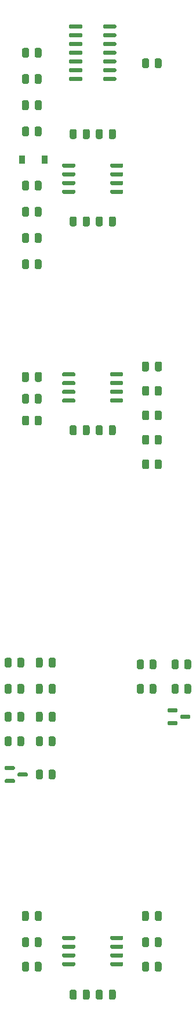
<source format=gbp>
G04 #@! TF.GenerationSoftware,KiCad,Pcbnew,6.0.5+dfsg-1~bpo11+1*
G04 #@! TF.CreationDate,2022-07-21T18:59:06+00:00*
G04 #@! TF.ProjectId,sample_and_hold_board,73616d70-6c65-45f6-916e-645f686f6c64,0*
G04 #@! TF.SameCoordinates,Original*
G04 #@! TF.FileFunction,Paste,Bot*
G04 #@! TF.FilePolarity,Positive*
%FSLAX46Y46*%
G04 Gerber Fmt 4.6, Leading zero omitted, Abs format (unit mm)*
G04 Created by KiCad (PCBNEW 6.0.5+dfsg-1~bpo11+1) date 2022-07-21 18:59:06*
%MOMM*%
%LPD*%
G01*
G04 APERTURE LIST*
%ADD10R,0.900000X1.200000*%
G04 APERTURE END LIST*
G36*
G01*
X114201000Y-107764000D02*
X114201000Y-108664000D01*
G75*
G02*
X113951000Y-108914000I-250000J0D01*
G01*
X113426000Y-108914000D01*
G75*
G02*
X113176000Y-108664000I0J250000D01*
G01*
X113176000Y-107764000D01*
G75*
G02*
X113426000Y-107514000I250000J0D01*
G01*
X113951000Y-107514000D01*
G75*
G02*
X114201000Y-107764000I0J-250000D01*
G01*
G37*
G36*
G01*
X112376000Y-107764000D02*
X112376000Y-108664000D01*
G75*
G02*
X112126000Y-108914000I-250000J0D01*
G01*
X111601000Y-108914000D01*
G75*
G02*
X111351000Y-108664000I0J250000D01*
G01*
X111351000Y-107764000D01*
G75*
G02*
X111601000Y-107514000I250000J0D01*
G01*
X112126000Y-107514000D01*
G75*
G02*
X112376000Y-107764000I0J-250000D01*
G01*
G37*
G36*
G01*
X110589000Y-144859000D02*
X110589000Y-143959000D01*
G75*
G02*
X110839000Y-143709000I250000J0D01*
G01*
X111364000Y-143709000D01*
G75*
G02*
X111614000Y-143959000I0J-250000D01*
G01*
X111614000Y-144859000D01*
G75*
G02*
X111364000Y-145109000I-250000J0D01*
G01*
X110839000Y-145109000D01*
G75*
G02*
X110589000Y-144859000I0J250000D01*
G01*
G37*
G36*
G01*
X112414000Y-144859000D02*
X112414000Y-143959000D01*
G75*
G02*
X112664000Y-143709000I250000J0D01*
G01*
X113189000Y-143709000D01*
G75*
G02*
X113439000Y-143959000I0J-250000D01*
G01*
X113439000Y-144859000D01*
G75*
G02*
X113189000Y-145109000I-250000J0D01*
G01*
X112664000Y-145109000D01*
G75*
G02*
X112414000Y-144859000I0J250000D01*
G01*
G37*
G36*
G01*
X108590000Y-184010000D02*
X108590000Y-184310000D01*
G75*
G02*
X108440000Y-184460000I-150000J0D01*
G01*
X106840000Y-184460000D01*
G75*
G02*
X106690000Y-184310000I0J150000D01*
G01*
X106690000Y-184010000D01*
G75*
G02*
X106840000Y-183860000I150000J0D01*
G01*
X108440000Y-183860000D01*
G75*
G02*
X108590000Y-184010000I0J-150000D01*
G01*
G37*
G36*
G01*
X108590000Y-185280000D02*
X108590000Y-185580000D01*
G75*
G02*
X108440000Y-185730000I-150000J0D01*
G01*
X106840000Y-185730000D01*
G75*
G02*
X106690000Y-185580000I0J150000D01*
G01*
X106690000Y-185280000D01*
G75*
G02*
X106840000Y-185130000I150000J0D01*
G01*
X108440000Y-185130000D01*
G75*
G02*
X108590000Y-185280000I0J-150000D01*
G01*
G37*
G36*
G01*
X108590000Y-186550000D02*
X108590000Y-186850000D01*
G75*
G02*
X108440000Y-187000000I-150000J0D01*
G01*
X106840000Y-187000000D01*
G75*
G02*
X106690000Y-186850000I0J150000D01*
G01*
X106690000Y-186550000D01*
G75*
G02*
X106840000Y-186400000I150000J0D01*
G01*
X108440000Y-186400000D01*
G75*
G02*
X108590000Y-186550000I0J-150000D01*
G01*
G37*
G36*
G01*
X108590000Y-187820000D02*
X108590000Y-188120000D01*
G75*
G02*
X108440000Y-188270000I-150000J0D01*
G01*
X106840000Y-188270000D01*
G75*
G02*
X106690000Y-188120000I0J150000D01*
G01*
X106690000Y-187820000D01*
G75*
G02*
X106840000Y-187670000I150000J0D01*
G01*
X108440000Y-187670000D01*
G75*
G02*
X108590000Y-187820000I0J-150000D01*
G01*
G37*
G36*
G01*
X101590000Y-187820000D02*
X101590000Y-188120000D01*
G75*
G02*
X101440000Y-188270000I-150000J0D01*
G01*
X99840000Y-188270000D01*
G75*
G02*
X99690000Y-188120000I0J150000D01*
G01*
X99690000Y-187820000D01*
G75*
G02*
X99840000Y-187670000I150000J0D01*
G01*
X101440000Y-187670000D01*
G75*
G02*
X101590000Y-187820000I0J-150000D01*
G01*
G37*
G36*
G01*
X101590000Y-186550000D02*
X101590000Y-186850000D01*
G75*
G02*
X101440000Y-187000000I-150000J0D01*
G01*
X99840000Y-187000000D01*
G75*
G02*
X99690000Y-186850000I0J150000D01*
G01*
X99690000Y-186550000D01*
G75*
G02*
X99840000Y-186400000I150000J0D01*
G01*
X101440000Y-186400000D01*
G75*
G02*
X101590000Y-186550000I0J-150000D01*
G01*
G37*
G36*
G01*
X101590000Y-185280000D02*
X101590000Y-185580000D01*
G75*
G02*
X101440000Y-185730000I-150000J0D01*
G01*
X99840000Y-185730000D01*
G75*
G02*
X99690000Y-185580000I0J150000D01*
G01*
X99690000Y-185280000D01*
G75*
G02*
X99840000Y-185130000I150000J0D01*
G01*
X101440000Y-185130000D01*
G75*
G02*
X101590000Y-185280000I0J-150000D01*
G01*
G37*
G36*
G01*
X101590000Y-184010000D02*
X101590000Y-184310000D01*
G75*
G02*
X101440000Y-184460000I-150000J0D01*
G01*
X99840000Y-184460000D01*
G75*
G02*
X99690000Y-184310000I0J150000D01*
G01*
X99690000Y-184010000D01*
G75*
G02*
X99840000Y-183860000I150000J0D01*
G01*
X101440000Y-183860000D01*
G75*
G02*
X101590000Y-184010000I0J-150000D01*
G01*
G37*
G36*
G01*
X111351000Y-105108000D02*
X111351000Y-104208000D01*
G75*
G02*
X111601000Y-103958000I250000J0D01*
G01*
X112126000Y-103958000D01*
G75*
G02*
X112376000Y-104208000I0J-250000D01*
G01*
X112376000Y-105108000D01*
G75*
G02*
X112126000Y-105358000I-250000J0D01*
G01*
X111601000Y-105358000D01*
G75*
G02*
X111351000Y-105108000I0J250000D01*
G01*
G37*
G36*
G01*
X113176000Y-105108000D02*
X113176000Y-104208000D01*
G75*
G02*
X113426000Y-103958000I250000J0D01*
G01*
X113951000Y-103958000D01*
G75*
G02*
X114201000Y-104208000I0J-250000D01*
G01*
X114201000Y-105108000D01*
G75*
G02*
X113951000Y-105358000I-250000J0D01*
G01*
X113426000Y-105358000D01*
G75*
G02*
X113176000Y-105108000I0J250000D01*
G01*
G37*
G36*
G01*
X115059000Y-153129000D02*
X115059000Y-152829000D01*
G75*
G02*
X115209000Y-152679000I150000J0D01*
G01*
X116384000Y-152679000D01*
G75*
G02*
X116534000Y-152829000I0J-150000D01*
G01*
X116534000Y-153129000D01*
G75*
G02*
X116384000Y-153279000I-150000J0D01*
G01*
X115209000Y-153279000D01*
G75*
G02*
X115059000Y-153129000I0J150000D01*
G01*
G37*
G36*
G01*
X115059000Y-151229000D02*
X115059000Y-150929000D01*
G75*
G02*
X115209000Y-150779000I150000J0D01*
G01*
X116384000Y-150779000D01*
G75*
G02*
X116534000Y-150929000I0J-150000D01*
G01*
X116534000Y-151229000D01*
G75*
G02*
X116384000Y-151379000I-150000J0D01*
G01*
X115209000Y-151379000D01*
G75*
G02*
X115059000Y-151229000I0J150000D01*
G01*
G37*
G36*
G01*
X116934000Y-152179000D02*
X116934000Y-151879000D01*
G75*
G02*
X117084000Y-151729000I150000J0D01*
G01*
X118259000Y-151729000D01*
G75*
G02*
X118409000Y-151879000I0J-150000D01*
G01*
X118409000Y-152179000D01*
G75*
G02*
X118259000Y-152329000I-150000J0D01*
G01*
X117084000Y-152329000D01*
G75*
G02*
X116934000Y-152179000I0J150000D01*
G01*
G37*
G36*
G01*
X91285000Y-148415000D02*
X91285000Y-147515000D01*
G75*
G02*
X91535000Y-147265000I250000J0D01*
G01*
X92060000Y-147265000D01*
G75*
G02*
X92310000Y-147515000I0J-250000D01*
G01*
X92310000Y-148415000D01*
G75*
G02*
X92060000Y-148665000I-250000J0D01*
G01*
X91535000Y-148665000D01*
G75*
G02*
X91285000Y-148415000I0J250000D01*
G01*
G37*
G36*
G01*
X93110000Y-148415000D02*
X93110000Y-147515000D01*
G75*
G02*
X93360000Y-147265000I250000J0D01*
G01*
X93885000Y-147265000D01*
G75*
G02*
X94135000Y-147515000I0J-250000D01*
G01*
X94135000Y-148415000D01*
G75*
G02*
X93885000Y-148665000I-250000J0D01*
G01*
X93360000Y-148665000D01*
G75*
G02*
X93110000Y-148415000I0J250000D01*
G01*
G37*
G36*
G01*
X111326000Y-101577000D02*
X111326000Y-100627000D01*
G75*
G02*
X111576000Y-100377000I250000J0D01*
G01*
X112076000Y-100377000D01*
G75*
G02*
X112326000Y-100627000I0J-250000D01*
G01*
X112326000Y-101577000D01*
G75*
G02*
X112076000Y-101827000I-250000J0D01*
G01*
X111576000Y-101827000D01*
G75*
G02*
X111326000Y-101577000I0J250000D01*
G01*
G37*
G36*
G01*
X113226000Y-101577000D02*
X113226000Y-100627000D01*
G75*
G02*
X113476000Y-100377000I250000J0D01*
G01*
X113976000Y-100377000D01*
G75*
G02*
X114226000Y-100627000I0J-250000D01*
G01*
X114226000Y-101577000D01*
G75*
G02*
X113976000Y-101827000I-250000J0D01*
G01*
X113476000Y-101827000D01*
G75*
G02*
X113226000Y-101577000I0J250000D01*
G01*
G37*
G36*
G01*
X96675000Y-74363000D02*
X96675000Y-75263000D01*
G75*
G02*
X96425000Y-75513000I-250000J0D01*
G01*
X95900000Y-75513000D01*
G75*
G02*
X95650000Y-75263000I0J250000D01*
G01*
X95650000Y-74363000D01*
G75*
G02*
X95900000Y-74113000I250000J0D01*
G01*
X96425000Y-74113000D01*
G75*
G02*
X96675000Y-74363000I0J-250000D01*
G01*
G37*
G36*
G01*
X94850000Y-74363000D02*
X94850000Y-75263000D01*
G75*
G02*
X94600000Y-75513000I-250000J0D01*
G01*
X94075000Y-75513000D01*
G75*
G02*
X93825000Y-75263000I0J250000D01*
G01*
X93825000Y-74363000D01*
G75*
G02*
X94075000Y-74113000I250000J0D01*
G01*
X94600000Y-74113000D01*
G75*
G02*
X94850000Y-74363000I0J-250000D01*
G01*
G37*
G36*
G01*
X98707000Y-159961000D02*
X98707000Y-160861000D01*
G75*
G02*
X98457000Y-161111000I-250000J0D01*
G01*
X97932000Y-161111000D01*
G75*
G02*
X97682000Y-160861000I0J250000D01*
G01*
X97682000Y-159961000D01*
G75*
G02*
X97932000Y-159711000I250000J0D01*
G01*
X98457000Y-159711000D01*
G75*
G02*
X98707000Y-159961000I0J-250000D01*
G01*
G37*
G36*
G01*
X96882000Y-159961000D02*
X96882000Y-160861000D01*
G75*
G02*
X96632000Y-161111000I-250000J0D01*
G01*
X96107000Y-161111000D01*
G75*
G02*
X95857000Y-160861000I0J250000D01*
G01*
X95857000Y-159961000D01*
G75*
G02*
X96107000Y-159711000I250000J0D01*
G01*
X96632000Y-159711000D01*
G75*
G02*
X96882000Y-159961000I0J-250000D01*
G01*
G37*
G36*
G01*
X96700000Y-102151000D02*
X96700000Y-103101000D01*
G75*
G02*
X96450000Y-103351000I-250000J0D01*
G01*
X95950000Y-103351000D01*
G75*
G02*
X95700000Y-103101000I0J250000D01*
G01*
X95700000Y-102151000D01*
G75*
G02*
X95950000Y-101901000I250000J0D01*
G01*
X96450000Y-101901000D01*
G75*
G02*
X96700000Y-102151000I0J-250000D01*
G01*
G37*
G36*
G01*
X94800000Y-102151000D02*
X94800000Y-103101000D01*
G75*
G02*
X94550000Y-103351000I-250000J0D01*
G01*
X94050000Y-103351000D01*
G75*
G02*
X93800000Y-103101000I0J250000D01*
G01*
X93800000Y-102151000D01*
G75*
G02*
X94050000Y-101901000I250000J0D01*
G01*
X94550000Y-101901000D01*
G75*
G02*
X94800000Y-102151000I0J-250000D01*
G01*
G37*
G36*
G01*
X96675000Y-66489000D02*
X96675000Y-67389000D01*
G75*
G02*
X96425000Y-67639000I-250000J0D01*
G01*
X95900000Y-67639000D01*
G75*
G02*
X95650000Y-67389000I0J250000D01*
G01*
X95650000Y-66489000D01*
G75*
G02*
X95900000Y-66239000I250000J0D01*
G01*
X96425000Y-66239000D01*
G75*
G02*
X96675000Y-66489000I0J-250000D01*
G01*
G37*
G36*
G01*
X94850000Y-66489000D02*
X94850000Y-67389000D01*
G75*
G02*
X94600000Y-67639000I-250000J0D01*
G01*
X94075000Y-67639000D01*
G75*
G02*
X93825000Y-67389000I0J250000D01*
G01*
X93825000Y-66489000D01*
G75*
G02*
X94075000Y-66239000I250000J0D01*
G01*
X94600000Y-66239000D01*
G75*
G02*
X94850000Y-66489000I0J-250000D01*
G01*
G37*
G36*
G01*
X108590000Y-71742000D02*
X108590000Y-72042000D01*
G75*
G02*
X108440000Y-72192000I-150000J0D01*
G01*
X106840000Y-72192000D01*
G75*
G02*
X106690000Y-72042000I0J150000D01*
G01*
X106690000Y-71742000D01*
G75*
G02*
X106840000Y-71592000I150000J0D01*
G01*
X108440000Y-71592000D01*
G75*
G02*
X108590000Y-71742000I0J-150000D01*
G01*
G37*
G36*
G01*
X108590000Y-73012000D02*
X108590000Y-73312000D01*
G75*
G02*
X108440000Y-73462000I-150000J0D01*
G01*
X106840000Y-73462000D01*
G75*
G02*
X106690000Y-73312000I0J150000D01*
G01*
X106690000Y-73012000D01*
G75*
G02*
X106840000Y-72862000I150000J0D01*
G01*
X108440000Y-72862000D01*
G75*
G02*
X108590000Y-73012000I0J-150000D01*
G01*
G37*
G36*
G01*
X108590000Y-74282000D02*
X108590000Y-74582000D01*
G75*
G02*
X108440000Y-74732000I-150000J0D01*
G01*
X106840000Y-74732000D01*
G75*
G02*
X106690000Y-74582000I0J150000D01*
G01*
X106690000Y-74282000D01*
G75*
G02*
X106840000Y-74132000I150000J0D01*
G01*
X108440000Y-74132000D01*
G75*
G02*
X108590000Y-74282000I0J-150000D01*
G01*
G37*
G36*
G01*
X108590000Y-75552000D02*
X108590000Y-75852000D01*
G75*
G02*
X108440000Y-76002000I-150000J0D01*
G01*
X106840000Y-76002000D01*
G75*
G02*
X106690000Y-75852000I0J150000D01*
G01*
X106690000Y-75552000D01*
G75*
G02*
X106840000Y-75402000I150000J0D01*
G01*
X108440000Y-75402000D01*
G75*
G02*
X108590000Y-75552000I0J-150000D01*
G01*
G37*
G36*
G01*
X101590000Y-75552000D02*
X101590000Y-75852000D01*
G75*
G02*
X101440000Y-76002000I-150000J0D01*
G01*
X99840000Y-76002000D01*
G75*
G02*
X99690000Y-75852000I0J150000D01*
G01*
X99690000Y-75552000D01*
G75*
G02*
X99840000Y-75402000I150000J0D01*
G01*
X101440000Y-75402000D01*
G75*
G02*
X101590000Y-75552000I0J-150000D01*
G01*
G37*
G36*
G01*
X101590000Y-74282000D02*
X101590000Y-74582000D01*
G75*
G02*
X101440000Y-74732000I-150000J0D01*
G01*
X99840000Y-74732000D01*
G75*
G02*
X99690000Y-74582000I0J150000D01*
G01*
X99690000Y-74282000D01*
G75*
G02*
X99840000Y-74132000I150000J0D01*
G01*
X101440000Y-74132000D01*
G75*
G02*
X101590000Y-74282000I0J-150000D01*
G01*
G37*
G36*
G01*
X101590000Y-73012000D02*
X101590000Y-73312000D01*
G75*
G02*
X101440000Y-73462000I-150000J0D01*
G01*
X99840000Y-73462000D01*
G75*
G02*
X99690000Y-73312000I0J150000D01*
G01*
X99690000Y-73012000D01*
G75*
G02*
X99840000Y-72862000I150000J0D01*
G01*
X101440000Y-72862000D01*
G75*
G02*
X101590000Y-73012000I0J-150000D01*
G01*
G37*
G36*
G01*
X101590000Y-71742000D02*
X101590000Y-72042000D01*
G75*
G02*
X101440000Y-72192000I-150000J0D01*
G01*
X99840000Y-72192000D01*
G75*
G02*
X99690000Y-72042000I0J150000D01*
G01*
X99690000Y-71742000D01*
G75*
G02*
X99840000Y-71592000I150000J0D01*
G01*
X101440000Y-71592000D01*
G75*
G02*
X101590000Y-71742000I0J-150000D01*
G01*
G37*
G36*
G01*
X108590000Y-102095000D02*
X108590000Y-102395000D01*
G75*
G02*
X108440000Y-102545000I-150000J0D01*
G01*
X106840000Y-102545000D01*
G75*
G02*
X106690000Y-102395000I0J150000D01*
G01*
X106690000Y-102095000D01*
G75*
G02*
X106840000Y-101945000I150000J0D01*
G01*
X108440000Y-101945000D01*
G75*
G02*
X108590000Y-102095000I0J-150000D01*
G01*
G37*
G36*
G01*
X108590000Y-103365000D02*
X108590000Y-103665000D01*
G75*
G02*
X108440000Y-103815000I-150000J0D01*
G01*
X106840000Y-103815000D01*
G75*
G02*
X106690000Y-103665000I0J150000D01*
G01*
X106690000Y-103365000D01*
G75*
G02*
X106840000Y-103215000I150000J0D01*
G01*
X108440000Y-103215000D01*
G75*
G02*
X108590000Y-103365000I0J-150000D01*
G01*
G37*
G36*
G01*
X108590000Y-104635000D02*
X108590000Y-104935000D01*
G75*
G02*
X108440000Y-105085000I-150000J0D01*
G01*
X106840000Y-105085000D01*
G75*
G02*
X106690000Y-104935000I0J150000D01*
G01*
X106690000Y-104635000D01*
G75*
G02*
X106840000Y-104485000I150000J0D01*
G01*
X108440000Y-104485000D01*
G75*
G02*
X108590000Y-104635000I0J-150000D01*
G01*
G37*
G36*
G01*
X108590000Y-105905000D02*
X108590000Y-106205000D01*
G75*
G02*
X108440000Y-106355000I-150000J0D01*
G01*
X106840000Y-106355000D01*
G75*
G02*
X106690000Y-106205000I0J150000D01*
G01*
X106690000Y-105905000D01*
G75*
G02*
X106840000Y-105755000I150000J0D01*
G01*
X108440000Y-105755000D01*
G75*
G02*
X108590000Y-105905000I0J-150000D01*
G01*
G37*
G36*
G01*
X101590000Y-105905000D02*
X101590000Y-106205000D01*
G75*
G02*
X101440000Y-106355000I-150000J0D01*
G01*
X99840000Y-106355000D01*
G75*
G02*
X99690000Y-106205000I0J150000D01*
G01*
X99690000Y-105905000D01*
G75*
G02*
X99840000Y-105755000I150000J0D01*
G01*
X101440000Y-105755000D01*
G75*
G02*
X101590000Y-105905000I0J-150000D01*
G01*
G37*
G36*
G01*
X101590000Y-104635000D02*
X101590000Y-104935000D01*
G75*
G02*
X101440000Y-105085000I-150000J0D01*
G01*
X99840000Y-105085000D01*
G75*
G02*
X99690000Y-104935000I0J150000D01*
G01*
X99690000Y-104635000D01*
G75*
G02*
X99840000Y-104485000I150000J0D01*
G01*
X101440000Y-104485000D01*
G75*
G02*
X101590000Y-104635000I0J-150000D01*
G01*
G37*
G36*
G01*
X101590000Y-103365000D02*
X101590000Y-103665000D01*
G75*
G02*
X101440000Y-103815000I-150000J0D01*
G01*
X99840000Y-103815000D01*
G75*
G02*
X99690000Y-103665000I0J150000D01*
G01*
X99690000Y-103365000D01*
G75*
G02*
X99840000Y-103215000I150000J0D01*
G01*
X101440000Y-103215000D01*
G75*
G02*
X101590000Y-103365000I0J-150000D01*
G01*
G37*
G36*
G01*
X101590000Y-102095000D02*
X101590000Y-102395000D01*
G75*
G02*
X101440000Y-102545000I-150000J0D01*
G01*
X99840000Y-102545000D01*
G75*
G02*
X99690000Y-102395000I0J150000D01*
G01*
X99690000Y-102095000D01*
G75*
G02*
X99840000Y-101945000I150000J0D01*
G01*
X101440000Y-101945000D01*
G75*
G02*
X101590000Y-102095000I0J-150000D01*
G01*
G37*
G36*
G01*
X114201000Y-114876000D02*
X114201000Y-115776000D01*
G75*
G02*
X113951000Y-116026000I-250000J0D01*
G01*
X113426000Y-116026000D01*
G75*
G02*
X113176000Y-115776000I0J250000D01*
G01*
X113176000Y-114876000D01*
G75*
G02*
X113426000Y-114626000I250000J0D01*
G01*
X113951000Y-114626000D01*
G75*
G02*
X114201000Y-114876000I0J-250000D01*
G01*
G37*
G36*
G01*
X112376000Y-114876000D02*
X112376000Y-115776000D01*
G75*
G02*
X112126000Y-116026000I-250000J0D01*
G01*
X111601000Y-116026000D01*
G75*
G02*
X111351000Y-115776000I0J250000D01*
G01*
X111351000Y-114876000D01*
G75*
G02*
X111601000Y-114626000I250000J0D01*
G01*
X112126000Y-114626000D01*
G75*
G02*
X112376000Y-114876000I0J-250000D01*
G01*
G37*
G36*
G01*
X113439000Y-147515000D02*
X113439000Y-148415000D01*
G75*
G02*
X113189000Y-148665000I-250000J0D01*
G01*
X112664000Y-148665000D01*
G75*
G02*
X112414000Y-148415000I0J250000D01*
G01*
X112414000Y-147515000D01*
G75*
G02*
X112664000Y-147265000I250000J0D01*
G01*
X113189000Y-147265000D01*
G75*
G02*
X113439000Y-147515000I0J-250000D01*
G01*
G37*
G36*
G01*
X111614000Y-147515000D02*
X111614000Y-148415000D01*
G75*
G02*
X111364000Y-148665000I-250000J0D01*
G01*
X110839000Y-148665000D01*
G75*
G02*
X110589000Y-148415000I0J250000D01*
G01*
X110589000Y-147515000D01*
G75*
G02*
X110839000Y-147265000I250000J0D01*
G01*
X111364000Y-147265000D01*
G75*
G02*
X111614000Y-147515000I0J-250000D01*
G01*
G37*
G36*
G01*
X95832000Y-148440000D02*
X95832000Y-147490000D01*
G75*
G02*
X96082000Y-147240000I250000J0D01*
G01*
X96582000Y-147240000D01*
G75*
G02*
X96832000Y-147490000I0J-250000D01*
G01*
X96832000Y-148440000D01*
G75*
G02*
X96582000Y-148690000I-250000J0D01*
G01*
X96082000Y-148690000D01*
G75*
G02*
X95832000Y-148440000I0J250000D01*
G01*
G37*
G36*
G01*
X97732000Y-148440000D02*
X97732000Y-147490000D01*
G75*
G02*
X97982000Y-147240000I250000J0D01*
G01*
X98482000Y-147240000D01*
G75*
G02*
X98732000Y-147490000I0J-250000D01*
G01*
X98732000Y-148440000D01*
G75*
G02*
X98482000Y-148690000I-250000J0D01*
G01*
X97982000Y-148690000D01*
G75*
G02*
X97732000Y-148440000I0J250000D01*
G01*
G37*
G36*
G01*
X111326000Y-181460000D02*
X111326000Y-180510000D01*
G75*
G02*
X111576000Y-180260000I250000J0D01*
G01*
X112076000Y-180260000D01*
G75*
G02*
X112326000Y-180510000I0J-250000D01*
G01*
X112326000Y-181460000D01*
G75*
G02*
X112076000Y-181710000I-250000J0D01*
G01*
X111576000Y-181710000D01*
G75*
G02*
X111326000Y-181460000I0J250000D01*
G01*
G37*
G36*
G01*
X113226000Y-181460000D02*
X113226000Y-180510000D01*
G75*
G02*
X113476000Y-180260000I250000J0D01*
G01*
X113976000Y-180260000D01*
G75*
G02*
X114226000Y-180510000I0J-250000D01*
G01*
X114226000Y-181460000D01*
G75*
G02*
X113976000Y-181710000I-250000J0D01*
G01*
X113476000Y-181710000D01*
G75*
G02*
X113226000Y-181460000I0J250000D01*
G01*
G37*
G36*
G01*
X107495000Y-109898000D02*
X107495000Y-110848000D01*
G75*
G02*
X107245000Y-111098000I-250000J0D01*
G01*
X106745000Y-111098000D01*
G75*
G02*
X106495000Y-110848000I0J250000D01*
G01*
X106495000Y-109898000D01*
G75*
G02*
X106745000Y-109648000I250000J0D01*
G01*
X107245000Y-109648000D01*
G75*
G02*
X107495000Y-109898000I0J-250000D01*
G01*
G37*
G36*
G01*
X105595000Y-109898000D02*
X105595000Y-110848000D01*
G75*
G02*
X105345000Y-111098000I-250000J0D01*
G01*
X104845000Y-111098000D01*
G75*
G02*
X104595000Y-110848000I0J250000D01*
G01*
X104595000Y-109898000D01*
G75*
G02*
X104845000Y-109648000I250000J0D01*
G01*
X105345000Y-109648000D01*
G75*
G02*
X105595000Y-109898000I0J-250000D01*
G01*
G37*
G36*
G01*
X93825000Y-79073000D02*
X93825000Y-78173000D01*
G75*
G02*
X94075000Y-77923000I250000J0D01*
G01*
X94600000Y-77923000D01*
G75*
G02*
X94850000Y-78173000I0J-250000D01*
G01*
X94850000Y-79073000D01*
G75*
G02*
X94600000Y-79323000I-250000J0D01*
G01*
X94075000Y-79323000D01*
G75*
G02*
X93825000Y-79073000I0J250000D01*
G01*
G37*
G36*
G01*
X95650000Y-79073000D02*
X95650000Y-78173000D01*
G75*
G02*
X95900000Y-77923000I250000J0D01*
G01*
X96425000Y-77923000D01*
G75*
G02*
X96675000Y-78173000I0J-250000D01*
G01*
X96675000Y-79073000D01*
G75*
G02*
X96425000Y-79323000I-250000J0D01*
G01*
X95900000Y-79323000D01*
G75*
G02*
X95650000Y-79073000I0J250000D01*
G01*
G37*
G36*
G01*
X91285000Y-152479000D02*
X91285000Y-151579000D01*
G75*
G02*
X91535000Y-151329000I250000J0D01*
G01*
X92060000Y-151329000D01*
G75*
G02*
X92310000Y-151579000I0J-250000D01*
G01*
X92310000Y-152479000D01*
G75*
G02*
X92060000Y-152729000I-250000J0D01*
G01*
X91535000Y-152729000D01*
G75*
G02*
X91285000Y-152479000I0J250000D01*
G01*
G37*
G36*
G01*
X93110000Y-152479000D02*
X93110000Y-151579000D01*
G75*
G02*
X93360000Y-151329000I250000J0D01*
G01*
X93885000Y-151329000D01*
G75*
G02*
X94135000Y-151579000I0J-250000D01*
G01*
X94135000Y-152479000D01*
G75*
G02*
X93885000Y-152729000I-250000J0D01*
G01*
X93360000Y-152729000D01*
G75*
G02*
X93110000Y-152479000I0J250000D01*
G01*
G37*
G36*
G01*
X103685000Y-109898000D02*
X103685000Y-110848000D01*
G75*
G02*
X103435000Y-111098000I-250000J0D01*
G01*
X102935000Y-111098000D01*
G75*
G02*
X102685000Y-110848000I0J250000D01*
G01*
X102685000Y-109898000D01*
G75*
G02*
X102935000Y-109648000I250000J0D01*
G01*
X103435000Y-109648000D01*
G75*
G02*
X103685000Y-109898000I0J-250000D01*
G01*
G37*
G36*
G01*
X101785000Y-109898000D02*
X101785000Y-110848000D01*
G75*
G02*
X101535000Y-111098000I-250000J0D01*
G01*
X101035000Y-111098000D01*
G75*
G02*
X100785000Y-110848000I0J250000D01*
G01*
X100785000Y-109898000D01*
G75*
G02*
X101035000Y-109648000I250000J0D01*
G01*
X101535000Y-109648000D01*
G75*
G02*
X101785000Y-109898000I0J-250000D01*
G01*
G37*
G36*
G01*
X95832000Y-144630000D02*
X95832000Y-143680000D01*
G75*
G02*
X96082000Y-143430000I250000J0D01*
G01*
X96582000Y-143430000D01*
G75*
G02*
X96832000Y-143680000I0J-250000D01*
G01*
X96832000Y-144630000D01*
G75*
G02*
X96582000Y-144880000I-250000J0D01*
G01*
X96082000Y-144880000D01*
G75*
G02*
X95832000Y-144630000I0J250000D01*
G01*
G37*
G36*
G01*
X97732000Y-144630000D02*
X97732000Y-143680000D01*
G75*
G02*
X97982000Y-143430000I250000J0D01*
G01*
X98482000Y-143430000D01*
G75*
G02*
X98732000Y-143680000I0J-250000D01*
G01*
X98732000Y-144630000D01*
G75*
G02*
X98482000Y-144880000I-250000J0D01*
G01*
X97982000Y-144880000D01*
G75*
G02*
X97732000Y-144630000I0J250000D01*
G01*
G37*
G36*
G01*
X96675000Y-105351000D02*
X96675000Y-106251000D01*
G75*
G02*
X96425000Y-106501000I-250000J0D01*
G01*
X95900000Y-106501000D01*
G75*
G02*
X95650000Y-106251000I0J250000D01*
G01*
X95650000Y-105351000D01*
G75*
G02*
X95900000Y-105101000I250000J0D01*
G01*
X96425000Y-105101000D01*
G75*
G02*
X96675000Y-105351000I0J-250000D01*
G01*
G37*
G36*
G01*
X94850000Y-105351000D02*
X94850000Y-106251000D01*
G75*
G02*
X94600000Y-106501000I-250000J0D01*
G01*
X94075000Y-106501000D01*
G75*
G02*
X93825000Y-106251000I0J250000D01*
G01*
X93825000Y-105351000D01*
G75*
G02*
X94075000Y-105101000I250000J0D01*
G01*
X94600000Y-105101000D01*
G75*
G02*
X94850000Y-105351000I0J-250000D01*
G01*
G37*
G36*
G01*
X107495000Y-191940000D02*
X107495000Y-192890000D01*
G75*
G02*
X107245000Y-193140000I-250000J0D01*
G01*
X106745000Y-193140000D01*
G75*
G02*
X106495000Y-192890000I0J250000D01*
G01*
X106495000Y-191940000D01*
G75*
G02*
X106745000Y-191690000I250000J0D01*
G01*
X107245000Y-191690000D01*
G75*
G02*
X107495000Y-191940000I0J-250000D01*
G01*
G37*
G36*
G01*
X105595000Y-191940000D02*
X105595000Y-192890000D01*
G75*
G02*
X105345000Y-193140000I-250000J0D01*
G01*
X104845000Y-193140000D01*
G75*
G02*
X104595000Y-192890000I0J250000D01*
G01*
X104595000Y-191940000D01*
G75*
G02*
X104845000Y-191690000I250000J0D01*
G01*
X105345000Y-191690000D01*
G75*
G02*
X105595000Y-191940000I0J-250000D01*
G01*
G37*
G36*
G01*
X91285000Y-156035000D02*
X91285000Y-155135000D01*
G75*
G02*
X91535000Y-154885000I250000J0D01*
G01*
X92060000Y-154885000D01*
G75*
G02*
X92310000Y-155135000I0J-250000D01*
G01*
X92310000Y-156035000D01*
G75*
G02*
X92060000Y-156285000I-250000J0D01*
G01*
X91535000Y-156285000D01*
G75*
G02*
X91285000Y-156035000I0J250000D01*
G01*
G37*
G36*
G01*
X93110000Y-156035000D02*
X93110000Y-155135000D01*
G75*
G02*
X93360000Y-154885000I250000J0D01*
G01*
X93885000Y-154885000D01*
G75*
G02*
X94135000Y-155135000I0J-250000D01*
G01*
X94135000Y-156035000D01*
G75*
G02*
X93885000Y-156285000I-250000J0D01*
G01*
X93360000Y-156285000D01*
G75*
G02*
X93110000Y-156035000I0J250000D01*
G01*
G37*
G36*
G01*
X115669000Y-144859000D02*
X115669000Y-143959000D01*
G75*
G02*
X115919000Y-143709000I250000J0D01*
G01*
X116444000Y-143709000D01*
G75*
G02*
X116694000Y-143959000I0J-250000D01*
G01*
X116694000Y-144859000D01*
G75*
G02*
X116444000Y-145109000I-250000J0D01*
G01*
X115919000Y-145109000D01*
G75*
G02*
X115669000Y-144859000I0J250000D01*
G01*
G37*
G36*
G01*
X117494000Y-144859000D02*
X117494000Y-143959000D01*
G75*
G02*
X117744000Y-143709000I250000J0D01*
G01*
X118269000Y-143709000D01*
G75*
G02*
X118519000Y-143959000I0J-250000D01*
G01*
X118519000Y-144859000D01*
G75*
G02*
X118269000Y-145109000I-250000J0D01*
G01*
X117744000Y-145109000D01*
G75*
G02*
X117494000Y-144859000I0J250000D01*
G01*
G37*
G36*
G01*
X98707000Y-155135000D02*
X98707000Y-156035000D01*
G75*
G02*
X98457000Y-156285000I-250000J0D01*
G01*
X97932000Y-156285000D01*
G75*
G02*
X97682000Y-156035000I0J250000D01*
G01*
X97682000Y-155135000D01*
G75*
G02*
X97932000Y-154885000I250000J0D01*
G01*
X98457000Y-154885000D01*
G75*
G02*
X98707000Y-155135000I0J-250000D01*
G01*
G37*
G36*
G01*
X96882000Y-155135000D02*
X96882000Y-156035000D01*
G75*
G02*
X96632000Y-156285000I-250000J0D01*
G01*
X96107000Y-156285000D01*
G75*
G02*
X95857000Y-156035000I0J250000D01*
G01*
X95857000Y-155135000D01*
G75*
G02*
X96107000Y-154885000I250000J0D01*
G01*
X96632000Y-154885000D01*
G75*
G02*
X96882000Y-155135000I0J-250000D01*
G01*
G37*
G36*
G01*
X91285000Y-144605000D02*
X91285000Y-143705000D01*
G75*
G02*
X91535000Y-143455000I250000J0D01*
G01*
X92060000Y-143455000D01*
G75*
G02*
X92310000Y-143705000I0J-250000D01*
G01*
X92310000Y-144605000D01*
G75*
G02*
X92060000Y-144855000I-250000J0D01*
G01*
X91535000Y-144855000D01*
G75*
G02*
X91285000Y-144605000I0J250000D01*
G01*
G37*
G36*
G01*
X93110000Y-144605000D02*
X93110000Y-143705000D01*
G75*
G02*
X93360000Y-143455000I250000J0D01*
G01*
X93885000Y-143455000D01*
G75*
G02*
X94135000Y-143705000I0J-250000D01*
G01*
X94135000Y-144605000D01*
G75*
G02*
X93885000Y-144855000I-250000J0D01*
G01*
X93360000Y-144855000D01*
G75*
G02*
X93110000Y-144605000I0J250000D01*
G01*
G37*
G36*
G01*
X93825000Y-188801000D02*
X93825000Y-187901000D01*
G75*
G02*
X94075000Y-187651000I250000J0D01*
G01*
X94600000Y-187651000D01*
G75*
G02*
X94850000Y-187901000I0J-250000D01*
G01*
X94850000Y-188801000D01*
G75*
G02*
X94600000Y-189051000I-250000J0D01*
G01*
X94075000Y-189051000D01*
G75*
G02*
X93825000Y-188801000I0J250000D01*
G01*
G37*
G36*
G01*
X95650000Y-188801000D02*
X95650000Y-187901000D01*
G75*
G02*
X95900000Y-187651000I250000J0D01*
G01*
X96425000Y-187651000D01*
G75*
G02*
X96675000Y-187901000I0J-250000D01*
G01*
X96675000Y-188801000D01*
G75*
G02*
X96425000Y-189051000I-250000J0D01*
G01*
X95900000Y-189051000D01*
G75*
G02*
X95650000Y-188801000I0J250000D01*
G01*
G37*
G36*
G01*
X96675000Y-184345000D02*
X96675000Y-185245000D01*
G75*
G02*
X96425000Y-185495000I-250000J0D01*
G01*
X95900000Y-185495000D01*
G75*
G02*
X95650000Y-185245000I0J250000D01*
G01*
X95650000Y-184345000D01*
G75*
G02*
X95900000Y-184095000I250000J0D01*
G01*
X96425000Y-184095000D01*
G75*
G02*
X96675000Y-184345000I0J-250000D01*
G01*
G37*
G36*
G01*
X94850000Y-184345000D02*
X94850000Y-185245000D01*
G75*
G02*
X94600000Y-185495000I-250000J0D01*
G01*
X94075000Y-185495000D01*
G75*
G02*
X93825000Y-185245000I0J250000D01*
G01*
X93825000Y-184345000D01*
G75*
G02*
X94075000Y-184095000I250000J0D01*
G01*
X94600000Y-184095000D01*
G75*
G02*
X94850000Y-184345000I0J-250000D01*
G01*
G37*
G36*
G01*
X103685000Y-191940000D02*
X103685000Y-192890000D01*
G75*
G02*
X103435000Y-193140000I-250000J0D01*
G01*
X102935000Y-193140000D01*
G75*
G02*
X102685000Y-192890000I0J250000D01*
G01*
X102685000Y-191940000D01*
G75*
G02*
X102935000Y-191690000I250000J0D01*
G01*
X103435000Y-191690000D01*
G75*
G02*
X103685000Y-191940000I0J-250000D01*
G01*
G37*
G36*
G01*
X101785000Y-191940000D02*
X101785000Y-192890000D01*
G75*
G02*
X101535000Y-193140000I-250000J0D01*
G01*
X101035000Y-193140000D01*
G75*
G02*
X100785000Y-192890000I0J250000D01*
G01*
X100785000Y-191940000D01*
G75*
G02*
X101035000Y-191690000I250000J0D01*
G01*
X101535000Y-191690000D01*
G75*
G02*
X101785000Y-191940000I0J-250000D01*
G01*
G37*
G36*
G01*
X103685000Y-66845000D02*
X103685000Y-67795000D01*
G75*
G02*
X103435000Y-68045000I-250000J0D01*
G01*
X102935000Y-68045000D01*
G75*
G02*
X102685000Y-67795000I0J250000D01*
G01*
X102685000Y-66845000D01*
G75*
G02*
X102935000Y-66595000I250000J0D01*
G01*
X103435000Y-66595000D01*
G75*
G02*
X103685000Y-66845000I0J-250000D01*
G01*
G37*
G36*
G01*
X101785000Y-66845000D02*
X101785000Y-67795000D01*
G75*
G02*
X101535000Y-68045000I-250000J0D01*
G01*
X101035000Y-68045000D01*
G75*
G02*
X100785000Y-67795000I0J250000D01*
G01*
X100785000Y-66845000D01*
G75*
G02*
X101035000Y-66595000I250000J0D01*
G01*
X101535000Y-66595000D01*
G75*
G02*
X101785000Y-66845000I0J-250000D01*
G01*
G37*
G36*
G01*
X91289000Y-161511000D02*
X91289000Y-161211000D01*
G75*
G02*
X91439000Y-161061000I150000J0D01*
G01*
X92614000Y-161061000D01*
G75*
G02*
X92764000Y-161211000I0J-150000D01*
G01*
X92764000Y-161511000D01*
G75*
G02*
X92614000Y-161661000I-150000J0D01*
G01*
X91439000Y-161661000D01*
G75*
G02*
X91289000Y-161511000I0J150000D01*
G01*
G37*
G36*
G01*
X91289000Y-159611000D02*
X91289000Y-159311000D01*
G75*
G02*
X91439000Y-159161000I150000J0D01*
G01*
X92614000Y-159161000D01*
G75*
G02*
X92764000Y-159311000I0J-150000D01*
G01*
X92764000Y-159611000D01*
G75*
G02*
X92614000Y-159761000I-150000J0D01*
G01*
X91439000Y-159761000D01*
G75*
G02*
X91289000Y-159611000I0J150000D01*
G01*
G37*
G36*
G01*
X93164000Y-160561000D02*
X93164000Y-160261000D01*
G75*
G02*
X93314000Y-160111000I150000J0D01*
G01*
X94489000Y-160111000D01*
G75*
G02*
X94639000Y-160261000I0J-150000D01*
G01*
X94639000Y-160561000D01*
G75*
G02*
X94489000Y-160711000I-150000J0D01*
G01*
X93314000Y-160711000D01*
G75*
G02*
X93164000Y-160561000I0J150000D01*
G01*
G37*
G36*
G01*
X111351000Y-57483000D02*
X111351000Y-56583000D01*
G75*
G02*
X111601000Y-56333000I250000J0D01*
G01*
X112126000Y-56333000D01*
G75*
G02*
X112376000Y-56583000I0J-250000D01*
G01*
X112376000Y-57483000D01*
G75*
G02*
X112126000Y-57733000I-250000J0D01*
G01*
X111601000Y-57733000D01*
G75*
G02*
X111351000Y-57483000I0J250000D01*
G01*
G37*
G36*
G01*
X113176000Y-57483000D02*
X113176000Y-56583000D01*
G75*
G02*
X113426000Y-56333000I250000J0D01*
G01*
X113951000Y-56333000D01*
G75*
G02*
X114201000Y-56583000I0J-250000D01*
G01*
X114201000Y-57483000D01*
G75*
G02*
X113951000Y-57733000I-250000J0D01*
G01*
X113426000Y-57733000D01*
G75*
G02*
X113176000Y-57483000I0J250000D01*
G01*
G37*
G36*
G01*
X118519000Y-147515000D02*
X118519000Y-148415000D01*
G75*
G02*
X118269000Y-148665000I-250000J0D01*
G01*
X117744000Y-148665000D01*
G75*
G02*
X117494000Y-148415000I0J250000D01*
G01*
X117494000Y-147515000D01*
G75*
G02*
X117744000Y-147265000I250000J0D01*
G01*
X118269000Y-147265000D01*
G75*
G02*
X118519000Y-147515000I0J-250000D01*
G01*
G37*
G36*
G01*
X116694000Y-147515000D02*
X116694000Y-148415000D01*
G75*
G02*
X116444000Y-148665000I-250000J0D01*
G01*
X115919000Y-148665000D01*
G75*
G02*
X115669000Y-148415000I0J250000D01*
G01*
X115669000Y-147515000D01*
G75*
G02*
X115919000Y-147265000I250000J0D01*
G01*
X116444000Y-147265000D01*
G75*
G02*
X116694000Y-147515000I0J-250000D01*
G01*
G37*
G36*
G01*
X96675000Y-81983000D02*
X96675000Y-82883000D01*
G75*
G02*
X96425000Y-83133000I-250000J0D01*
G01*
X95900000Y-83133000D01*
G75*
G02*
X95650000Y-82883000I0J250000D01*
G01*
X95650000Y-81983000D01*
G75*
G02*
X95900000Y-81733000I250000J0D01*
G01*
X96425000Y-81733000D01*
G75*
G02*
X96675000Y-81983000I0J-250000D01*
G01*
G37*
G36*
G01*
X94850000Y-81983000D02*
X94850000Y-82883000D01*
G75*
G02*
X94600000Y-83133000I-250000J0D01*
G01*
X94075000Y-83133000D01*
G75*
G02*
X93825000Y-82883000I0J250000D01*
G01*
X93825000Y-81983000D01*
G75*
G02*
X94075000Y-81733000I250000J0D01*
G01*
X94600000Y-81733000D01*
G75*
G02*
X94850000Y-81983000I0J-250000D01*
G01*
G37*
G36*
G01*
X96700000Y-62654000D02*
X96700000Y-63604000D01*
G75*
G02*
X96450000Y-63854000I-250000J0D01*
G01*
X95950000Y-63854000D01*
G75*
G02*
X95700000Y-63604000I0J250000D01*
G01*
X95700000Y-62654000D01*
G75*
G02*
X95950000Y-62404000I250000J0D01*
G01*
X96450000Y-62404000D01*
G75*
G02*
X96700000Y-62654000I0J-250000D01*
G01*
G37*
G36*
G01*
X94800000Y-62654000D02*
X94800000Y-63604000D01*
G75*
G02*
X94550000Y-63854000I-250000J0D01*
G01*
X94050000Y-63854000D01*
G75*
G02*
X93800000Y-63604000I0J250000D01*
G01*
X93800000Y-62654000D01*
G75*
G02*
X94050000Y-62404000I250000J0D01*
G01*
X94550000Y-62404000D01*
G75*
G02*
X94800000Y-62654000I0J-250000D01*
G01*
G37*
G36*
G01*
X96675000Y-85793000D02*
X96675000Y-86693000D01*
G75*
G02*
X96425000Y-86943000I-250000J0D01*
G01*
X95900000Y-86943000D01*
G75*
G02*
X95650000Y-86693000I0J250000D01*
G01*
X95650000Y-85793000D01*
G75*
G02*
X95900000Y-85543000I250000J0D01*
G01*
X96425000Y-85543000D01*
G75*
G02*
X96675000Y-85793000I0J-250000D01*
G01*
G37*
G36*
G01*
X94850000Y-85793000D02*
X94850000Y-86693000D01*
G75*
G02*
X94600000Y-86943000I-250000J0D01*
G01*
X94075000Y-86943000D01*
G75*
G02*
X93825000Y-86693000I0J250000D01*
G01*
X93825000Y-85793000D01*
G75*
G02*
X94075000Y-85543000I250000J0D01*
G01*
X94600000Y-85543000D01*
G75*
G02*
X94850000Y-85793000I0J-250000D01*
G01*
G37*
G36*
G01*
X93825000Y-109426000D02*
X93825000Y-108526000D01*
G75*
G02*
X94075000Y-108276000I250000J0D01*
G01*
X94600000Y-108276000D01*
G75*
G02*
X94850000Y-108526000I0J-250000D01*
G01*
X94850000Y-109426000D01*
G75*
G02*
X94600000Y-109676000I-250000J0D01*
G01*
X94075000Y-109676000D01*
G75*
G02*
X93825000Y-109426000I0J250000D01*
G01*
G37*
G36*
G01*
X95650000Y-109426000D02*
X95650000Y-108526000D01*
G75*
G02*
X95900000Y-108276000I250000J0D01*
G01*
X96425000Y-108276000D01*
G75*
G02*
X96675000Y-108526000I0J-250000D01*
G01*
X96675000Y-109426000D01*
G75*
G02*
X96425000Y-109676000I-250000J0D01*
G01*
X95900000Y-109676000D01*
G75*
G02*
X95650000Y-109426000I0J250000D01*
G01*
G37*
G36*
G01*
X103685000Y-79545000D02*
X103685000Y-80495000D01*
G75*
G02*
X103435000Y-80745000I-250000J0D01*
G01*
X102935000Y-80745000D01*
G75*
G02*
X102685000Y-80495000I0J250000D01*
G01*
X102685000Y-79545000D01*
G75*
G02*
X102935000Y-79295000I250000J0D01*
G01*
X103435000Y-79295000D01*
G75*
G02*
X103685000Y-79545000I0J-250000D01*
G01*
G37*
G36*
G01*
X101785000Y-79545000D02*
X101785000Y-80495000D01*
G75*
G02*
X101535000Y-80745000I-250000J0D01*
G01*
X101035000Y-80745000D01*
G75*
G02*
X100785000Y-80495000I0J250000D01*
G01*
X100785000Y-79545000D01*
G75*
G02*
X101035000Y-79295000I250000J0D01*
G01*
X101535000Y-79295000D01*
G75*
G02*
X101785000Y-79545000I0J-250000D01*
G01*
G37*
G36*
G01*
X107495000Y-79545000D02*
X107495000Y-80495000D01*
G75*
G02*
X107245000Y-80745000I-250000J0D01*
G01*
X106745000Y-80745000D01*
G75*
G02*
X106495000Y-80495000I0J250000D01*
G01*
X106495000Y-79545000D01*
G75*
G02*
X106745000Y-79295000I250000J0D01*
G01*
X107245000Y-79295000D01*
G75*
G02*
X107495000Y-79545000I0J-250000D01*
G01*
G37*
G36*
G01*
X105595000Y-79545000D02*
X105595000Y-80495000D01*
G75*
G02*
X105345000Y-80745000I-250000J0D01*
G01*
X104845000Y-80745000D01*
G75*
G02*
X104595000Y-80495000I0J250000D01*
G01*
X104595000Y-79545000D01*
G75*
G02*
X104845000Y-79295000I250000J0D01*
G01*
X105345000Y-79295000D01*
G75*
G02*
X105595000Y-79545000I0J-250000D01*
G01*
G37*
G36*
G01*
X93825000Y-59769000D02*
X93825000Y-58869000D01*
G75*
G02*
X94075000Y-58619000I250000J0D01*
G01*
X94600000Y-58619000D01*
G75*
G02*
X94850000Y-58869000I0J-250000D01*
G01*
X94850000Y-59769000D01*
G75*
G02*
X94600000Y-60019000I-250000J0D01*
G01*
X94075000Y-60019000D01*
G75*
G02*
X93825000Y-59769000I0J250000D01*
G01*
G37*
G36*
G01*
X95650000Y-59769000D02*
X95650000Y-58869000D01*
G75*
G02*
X95900000Y-58619000I250000J0D01*
G01*
X96425000Y-58619000D01*
G75*
G02*
X96675000Y-58869000I0J-250000D01*
G01*
X96675000Y-59769000D01*
G75*
G02*
X96425000Y-60019000I-250000J0D01*
G01*
X95900000Y-60019000D01*
G75*
G02*
X95650000Y-59769000I0J250000D01*
G01*
G37*
G36*
G01*
X95832000Y-152504000D02*
X95832000Y-151554000D01*
G75*
G02*
X96082000Y-151304000I250000J0D01*
G01*
X96582000Y-151304000D01*
G75*
G02*
X96832000Y-151554000I0J-250000D01*
G01*
X96832000Y-152504000D01*
G75*
G02*
X96582000Y-152754000I-250000J0D01*
G01*
X96082000Y-152754000D01*
G75*
G02*
X95832000Y-152504000I0J250000D01*
G01*
G37*
G36*
G01*
X97732000Y-152504000D02*
X97732000Y-151554000D01*
G75*
G02*
X97982000Y-151304000I250000J0D01*
G01*
X98482000Y-151304000D01*
G75*
G02*
X98732000Y-151554000I0J-250000D01*
G01*
X98732000Y-152504000D01*
G75*
G02*
X98482000Y-152754000I-250000J0D01*
G01*
X97982000Y-152754000D01*
G75*
G02*
X97732000Y-152504000I0J250000D01*
G01*
G37*
G36*
G01*
X107495000Y-66845000D02*
X107495000Y-67795000D01*
G75*
G02*
X107245000Y-68045000I-250000J0D01*
G01*
X106745000Y-68045000D01*
G75*
G02*
X106495000Y-67795000I0J250000D01*
G01*
X106495000Y-66845000D01*
G75*
G02*
X106745000Y-66595000I250000J0D01*
G01*
X107245000Y-66595000D01*
G75*
G02*
X107495000Y-66845000I0J-250000D01*
G01*
G37*
G36*
G01*
X105595000Y-66845000D02*
X105595000Y-67795000D01*
G75*
G02*
X105345000Y-68045000I-250000J0D01*
G01*
X104845000Y-68045000D01*
G75*
G02*
X104595000Y-67795000I0J250000D01*
G01*
X104595000Y-66845000D01*
G75*
G02*
X104845000Y-66595000I250000J0D01*
G01*
X105345000Y-66595000D01*
G75*
G02*
X105595000Y-66845000I0J-250000D01*
G01*
G37*
G36*
G01*
X114201000Y-187901000D02*
X114201000Y-188801000D01*
G75*
G02*
X113951000Y-189051000I-250000J0D01*
G01*
X113426000Y-189051000D01*
G75*
G02*
X113176000Y-188801000I0J250000D01*
G01*
X113176000Y-187901000D01*
G75*
G02*
X113426000Y-187651000I250000J0D01*
G01*
X113951000Y-187651000D01*
G75*
G02*
X114201000Y-187901000I0J-250000D01*
G01*
G37*
G36*
G01*
X112376000Y-187901000D02*
X112376000Y-188801000D01*
G75*
G02*
X112126000Y-189051000I-250000J0D01*
G01*
X111601000Y-189051000D01*
G75*
G02*
X111351000Y-188801000I0J250000D01*
G01*
X111351000Y-187901000D01*
G75*
G02*
X111601000Y-187651000I250000J0D01*
G01*
X112126000Y-187651000D01*
G75*
G02*
X112376000Y-187901000I0J-250000D01*
G01*
G37*
G36*
G01*
X96700000Y-180510000D02*
X96700000Y-181460000D01*
G75*
G02*
X96450000Y-181710000I-250000J0D01*
G01*
X95950000Y-181710000D01*
G75*
G02*
X95700000Y-181460000I0J250000D01*
G01*
X95700000Y-180510000D01*
G75*
G02*
X95950000Y-180260000I250000J0D01*
G01*
X96450000Y-180260000D01*
G75*
G02*
X96700000Y-180510000I0J-250000D01*
G01*
G37*
G36*
G01*
X94800000Y-180510000D02*
X94800000Y-181460000D01*
G75*
G02*
X94550000Y-181710000I-250000J0D01*
G01*
X94050000Y-181710000D01*
G75*
G02*
X93800000Y-181460000I0J250000D01*
G01*
X93800000Y-180510000D01*
G75*
G02*
X94050000Y-180260000I250000J0D01*
G01*
X94550000Y-180260000D01*
G75*
G02*
X94800000Y-180510000I0J-250000D01*
G01*
G37*
G36*
G01*
X111351000Y-185245000D02*
X111351000Y-184345000D01*
G75*
G02*
X111601000Y-184095000I250000J0D01*
G01*
X112126000Y-184095000D01*
G75*
G02*
X112376000Y-184345000I0J-250000D01*
G01*
X112376000Y-185245000D01*
G75*
G02*
X112126000Y-185495000I-250000J0D01*
G01*
X111601000Y-185495000D01*
G75*
G02*
X111351000Y-185245000I0J250000D01*
G01*
G37*
G36*
G01*
X113176000Y-185245000D02*
X113176000Y-184345000D01*
G75*
G02*
X113426000Y-184095000I250000J0D01*
G01*
X113951000Y-184095000D01*
G75*
G02*
X114201000Y-184345000I0J-250000D01*
G01*
X114201000Y-185245000D01*
G75*
G02*
X113951000Y-185495000I-250000J0D01*
G01*
X113426000Y-185495000D01*
G75*
G02*
X113176000Y-185245000I0J250000D01*
G01*
G37*
G36*
G01*
X107590000Y-51549000D02*
X107590000Y-51849000D01*
G75*
G02*
X107440000Y-51999000I-150000J0D01*
G01*
X105790000Y-51999000D01*
G75*
G02*
X105640000Y-51849000I0J150000D01*
G01*
X105640000Y-51549000D01*
G75*
G02*
X105790000Y-51399000I150000J0D01*
G01*
X107440000Y-51399000D01*
G75*
G02*
X107590000Y-51549000I0J-150000D01*
G01*
G37*
G36*
G01*
X107590000Y-52819000D02*
X107590000Y-53119000D01*
G75*
G02*
X107440000Y-53269000I-150000J0D01*
G01*
X105790000Y-53269000D01*
G75*
G02*
X105640000Y-53119000I0J150000D01*
G01*
X105640000Y-52819000D01*
G75*
G02*
X105790000Y-52669000I150000J0D01*
G01*
X107440000Y-52669000D01*
G75*
G02*
X107590000Y-52819000I0J-150000D01*
G01*
G37*
G36*
G01*
X107590000Y-54089000D02*
X107590000Y-54389000D01*
G75*
G02*
X107440000Y-54539000I-150000J0D01*
G01*
X105790000Y-54539000D01*
G75*
G02*
X105640000Y-54389000I0J150000D01*
G01*
X105640000Y-54089000D01*
G75*
G02*
X105790000Y-53939000I150000J0D01*
G01*
X107440000Y-53939000D01*
G75*
G02*
X107590000Y-54089000I0J-150000D01*
G01*
G37*
G36*
G01*
X107590000Y-55359000D02*
X107590000Y-55659000D01*
G75*
G02*
X107440000Y-55809000I-150000J0D01*
G01*
X105790000Y-55809000D01*
G75*
G02*
X105640000Y-55659000I0J150000D01*
G01*
X105640000Y-55359000D01*
G75*
G02*
X105790000Y-55209000I150000J0D01*
G01*
X107440000Y-55209000D01*
G75*
G02*
X107590000Y-55359000I0J-150000D01*
G01*
G37*
G36*
G01*
X107590000Y-56629000D02*
X107590000Y-56929000D01*
G75*
G02*
X107440000Y-57079000I-150000J0D01*
G01*
X105790000Y-57079000D01*
G75*
G02*
X105640000Y-56929000I0J150000D01*
G01*
X105640000Y-56629000D01*
G75*
G02*
X105790000Y-56479000I150000J0D01*
G01*
X107440000Y-56479000D01*
G75*
G02*
X107590000Y-56629000I0J-150000D01*
G01*
G37*
G36*
G01*
X107590000Y-57899000D02*
X107590000Y-58199000D01*
G75*
G02*
X107440000Y-58349000I-150000J0D01*
G01*
X105790000Y-58349000D01*
G75*
G02*
X105640000Y-58199000I0J150000D01*
G01*
X105640000Y-57899000D01*
G75*
G02*
X105790000Y-57749000I150000J0D01*
G01*
X107440000Y-57749000D01*
G75*
G02*
X107590000Y-57899000I0J-150000D01*
G01*
G37*
G36*
G01*
X107590000Y-59169000D02*
X107590000Y-59469000D01*
G75*
G02*
X107440000Y-59619000I-150000J0D01*
G01*
X105790000Y-59619000D01*
G75*
G02*
X105640000Y-59469000I0J150000D01*
G01*
X105640000Y-59169000D01*
G75*
G02*
X105790000Y-59019000I150000J0D01*
G01*
X107440000Y-59019000D01*
G75*
G02*
X107590000Y-59169000I0J-150000D01*
G01*
G37*
G36*
G01*
X102640000Y-59169000D02*
X102640000Y-59469000D01*
G75*
G02*
X102490000Y-59619000I-150000J0D01*
G01*
X100840000Y-59619000D01*
G75*
G02*
X100690000Y-59469000I0J150000D01*
G01*
X100690000Y-59169000D01*
G75*
G02*
X100840000Y-59019000I150000J0D01*
G01*
X102490000Y-59019000D01*
G75*
G02*
X102640000Y-59169000I0J-150000D01*
G01*
G37*
G36*
G01*
X102640000Y-57899000D02*
X102640000Y-58199000D01*
G75*
G02*
X102490000Y-58349000I-150000J0D01*
G01*
X100840000Y-58349000D01*
G75*
G02*
X100690000Y-58199000I0J150000D01*
G01*
X100690000Y-57899000D01*
G75*
G02*
X100840000Y-57749000I150000J0D01*
G01*
X102490000Y-57749000D01*
G75*
G02*
X102640000Y-57899000I0J-150000D01*
G01*
G37*
G36*
G01*
X102640000Y-56629000D02*
X102640000Y-56929000D01*
G75*
G02*
X102490000Y-57079000I-150000J0D01*
G01*
X100840000Y-57079000D01*
G75*
G02*
X100690000Y-56929000I0J150000D01*
G01*
X100690000Y-56629000D01*
G75*
G02*
X100840000Y-56479000I150000J0D01*
G01*
X102490000Y-56479000D01*
G75*
G02*
X102640000Y-56629000I0J-150000D01*
G01*
G37*
G36*
G01*
X102640000Y-55359000D02*
X102640000Y-55659000D01*
G75*
G02*
X102490000Y-55809000I-150000J0D01*
G01*
X100840000Y-55809000D01*
G75*
G02*
X100690000Y-55659000I0J150000D01*
G01*
X100690000Y-55359000D01*
G75*
G02*
X100840000Y-55209000I150000J0D01*
G01*
X102490000Y-55209000D01*
G75*
G02*
X102640000Y-55359000I0J-150000D01*
G01*
G37*
G36*
G01*
X102640000Y-54089000D02*
X102640000Y-54389000D01*
G75*
G02*
X102490000Y-54539000I-150000J0D01*
G01*
X100840000Y-54539000D01*
G75*
G02*
X100690000Y-54389000I0J150000D01*
G01*
X100690000Y-54089000D01*
G75*
G02*
X100840000Y-53939000I150000J0D01*
G01*
X102490000Y-53939000D01*
G75*
G02*
X102640000Y-54089000I0J-150000D01*
G01*
G37*
G36*
G01*
X102640000Y-52819000D02*
X102640000Y-53119000D01*
G75*
G02*
X102490000Y-53269000I-150000J0D01*
G01*
X100840000Y-53269000D01*
G75*
G02*
X100690000Y-53119000I0J150000D01*
G01*
X100690000Y-52819000D01*
G75*
G02*
X100840000Y-52669000I150000J0D01*
G01*
X102490000Y-52669000D01*
G75*
G02*
X102640000Y-52819000I0J-150000D01*
G01*
G37*
G36*
G01*
X102640000Y-51549000D02*
X102640000Y-51849000D01*
G75*
G02*
X102490000Y-51999000I-150000J0D01*
G01*
X100840000Y-51999000D01*
G75*
G02*
X100690000Y-51849000I0J150000D01*
G01*
X100690000Y-51549000D01*
G75*
G02*
X100840000Y-51399000I150000J0D01*
G01*
X102490000Y-51399000D01*
G75*
G02*
X102640000Y-51549000I0J-150000D01*
G01*
G37*
G36*
G01*
X96675000Y-55059000D02*
X96675000Y-55959000D01*
G75*
G02*
X96425000Y-56209000I-250000J0D01*
G01*
X95900000Y-56209000D01*
G75*
G02*
X95650000Y-55959000I0J250000D01*
G01*
X95650000Y-55059000D01*
G75*
G02*
X95900000Y-54809000I250000J0D01*
G01*
X96425000Y-54809000D01*
G75*
G02*
X96675000Y-55059000I0J-250000D01*
G01*
G37*
G36*
G01*
X94850000Y-55059000D02*
X94850000Y-55959000D01*
G75*
G02*
X94600000Y-56209000I-250000J0D01*
G01*
X94075000Y-56209000D01*
G75*
G02*
X93825000Y-55959000I0J250000D01*
G01*
X93825000Y-55059000D01*
G75*
G02*
X94075000Y-54809000I250000J0D01*
G01*
X94600000Y-54809000D01*
G75*
G02*
X94850000Y-55059000I0J-250000D01*
G01*
G37*
D10*
X93854000Y-71003000D03*
X97154000Y-71003000D03*
G36*
G01*
X114201000Y-111320000D02*
X114201000Y-112220000D01*
G75*
G02*
X113951000Y-112470000I-250000J0D01*
G01*
X113426000Y-112470000D01*
G75*
G02*
X113176000Y-112220000I0J250000D01*
G01*
X113176000Y-111320000D01*
G75*
G02*
X113426000Y-111070000I250000J0D01*
G01*
X113951000Y-111070000D01*
G75*
G02*
X114201000Y-111320000I0J-250000D01*
G01*
G37*
G36*
G01*
X112376000Y-111320000D02*
X112376000Y-112220000D01*
G75*
G02*
X112126000Y-112470000I-250000J0D01*
G01*
X111601000Y-112470000D01*
G75*
G02*
X111351000Y-112220000I0J250000D01*
G01*
X111351000Y-111320000D01*
G75*
G02*
X111601000Y-111070000I250000J0D01*
G01*
X112126000Y-111070000D01*
G75*
G02*
X112376000Y-111320000I0J-250000D01*
G01*
G37*
M02*

</source>
